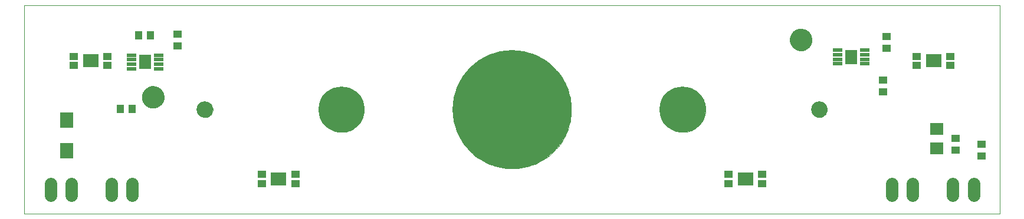
<source format=gts>
G75*
G70*
%OFA0B0*%
%FSLAX24Y24*%
%IPPOS*%
%LPD*%
%AMOC8*
5,1,8,0,0,1.08239X$1,22.5*
%
%ADD10C,0.0000*%
%ADD11C,0.6733*%
%ADD12C,0.2599*%
%ADD13C,0.0926*%
%ADD14C,0.0700*%
%ADD15R,0.0749X0.0867*%
%ADD16R,0.0434X0.0473*%
%ADD17R,0.0473X0.0434*%
%ADD18R,0.0709X0.0827*%
%ADD19R,0.0571X0.0217*%
%ADD20R,0.0906X0.0749*%
%ADD21R,0.0750X0.0670*%
%ADD22C,0.0860*%
%ADD23C,0.0440*%
D10*
X000377Y000280D02*
X055495Y000280D01*
X055495Y012091D01*
X000377Y012091D01*
X000377Y000280D01*
X010135Y006186D02*
X010137Y006227D01*
X010143Y006269D01*
X010152Y006309D01*
X010166Y006348D01*
X010183Y006386D01*
X010203Y006422D01*
X010227Y006456D01*
X010254Y006488D01*
X010284Y006517D01*
X010316Y006543D01*
X010351Y006566D01*
X010387Y006586D01*
X010425Y006602D01*
X010465Y006614D01*
X010506Y006623D01*
X010547Y006628D01*
X010588Y006629D01*
X010630Y006626D01*
X010671Y006619D01*
X010711Y006609D01*
X010750Y006594D01*
X010787Y006576D01*
X010823Y006555D01*
X010857Y006530D01*
X010888Y006503D01*
X010916Y006473D01*
X010941Y006440D01*
X010963Y006404D01*
X010982Y006367D01*
X010997Y006329D01*
X011009Y006289D01*
X011017Y006248D01*
X011021Y006207D01*
X011021Y006165D01*
X011017Y006124D01*
X011009Y006083D01*
X010997Y006043D01*
X010982Y006005D01*
X010963Y005968D01*
X010941Y005932D01*
X010916Y005899D01*
X010888Y005869D01*
X010857Y005842D01*
X010823Y005817D01*
X010787Y005796D01*
X010750Y005778D01*
X010711Y005763D01*
X010671Y005753D01*
X010630Y005746D01*
X010588Y005743D01*
X010547Y005744D01*
X010506Y005749D01*
X010465Y005758D01*
X010425Y005770D01*
X010387Y005786D01*
X010351Y005806D01*
X010316Y005829D01*
X010284Y005855D01*
X010254Y005884D01*
X010227Y005916D01*
X010203Y005950D01*
X010183Y005986D01*
X010166Y006024D01*
X010152Y006063D01*
X010143Y006103D01*
X010137Y006145D01*
X010135Y006186D01*
X017010Y006186D02*
X017012Y006257D01*
X017018Y006328D01*
X017028Y006399D01*
X017042Y006468D01*
X017059Y006537D01*
X017081Y006605D01*
X017106Y006672D01*
X017135Y006737D01*
X017167Y006800D01*
X017203Y006862D01*
X017242Y006921D01*
X017285Y006978D01*
X017330Y007033D01*
X017379Y007085D01*
X017430Y007134D01*
X017484Y007180D01*
X017541Y007224D01*
X017599Y007264D01*
X017660Y007300D01*
X017723Y007334D01*
X017788Y007363D01*
X017854Y007389D01*
X017922Y007412D01*
X017990Y007430D01*
X018060Y007445D01*
X018130Y007456D01*
X018201Y007463D01*
X018272Y007466D01*
X018343Y007465D01*
X018414Y007460D01*
X018485Y007451D01*
X018555Y007438D01*
X018624Y007422D01*
X018692Y007401D01*
X018759Y007377D01*
X018825Y007349D01*
X018888Y007317D01*
X018950Y007282D01*
X019010Y007244D01*
X019068Y007202D01*
X019123Y007158D01*
X019176Y007110D01*
X019226Y007059D01*
X019273Y007006D01*
X019317Y006950D01*
X019358Y006892D01*
X019396Y006831D01*
X019430Y006769D01*
X019460Y006704D01*
X019487Y006639D01*
X019511Y006571D01*
X019530Y006503D01*
X019546Y006434D01*
X019558Y006363D01*
X019566Y006293D01*
X019570Y006222D01*
X019570Y006150D01*
X019566Y006079D01*
X019558Y006009D01*
X019546Y005938D01*
X019530Y005869D01*
X019511Y005801D01*
X019487Y005733D01*
X019460Y005668D01*
X019430Y005603D01*
X019396Y005541D01*
X019358Y005480D01*
X019317Y005422D01*
X019273Y005366D01*
X019226Y005313D01*
X019176Y005262D01*
X019123Y005214D01*
X019068Y005170D01*
X019010Y005128D01*
X018950Y005090D01*
X018888Y005055D01*
X018825Y005023D01*
X018759Y004995D01*
X018692Y004971D01*
X018624Y004950D01*
X018555Y004934D01*
X018485Y004921D01*
X018414Y004912D01*
X018343Y004907D01*
X018272Y004906D01*
X018201Y004909D01*
X018130Y004916D01*
X018060Y004927D01*
X017990Y004942D01*
X017922Y004960D01*
X017854Y004983D01*
X017788Y005009D01*
X017723Y005038D01*
X017660Y005072D01*
X017599Y005108D01*
X017541Y005148D01*
X017484Y005192D01*
X017430Y005238D01*
X017379Y005287D01*
X017330Y005339D01*
X017285Y005394D01*
X017242Y005451D01*
X017203Y005510D01*
X017167Y005572D01*
X017135Y005635D01*
X017106Y005700D01*
X017081Y005767D01*
X017059Y005835D01*
X017042Y005904D01*
X017028Y005973D01*
X017018Y006044D01*
X017012Y006115D01*
X017010Y006186D01*
X024590Y006186D02*
X024594Y006350D01*
X024606Y006514D01*
X024626Y006677D01*
X024654Y006839D01*
X024690Y006999D01*
X024734Y007157D01*
X024786Y007313D01*
X024845Y007466D01*
X024911Y007617D01*
X024985Y007763D01*
X025066Y007906D01*
X025154Y008045D01*
X025248Y008179D01*
X025350Y008309D01*
X025457Y008433D01*
X025570Y008552D01*
X025689Y008665D01*
X025813Y008772D01*
X025943Y008874D01*
X026077Y008968D01*
X026216Y009056D01*
X026359Y009137D01*
X026505Y009211D01*
X026656Y009277D01*
X026809Y009336D01*
X026965Y009388D01*
X027123Y009432D01*
X027283Y009468D01*
X027445Y009496D01*
X027608Y009516D01*
X027772Y009528D01*
X027936Y009532D01*
X028100Y009528D01*
X028264Y009516D01*
X028427Y009496D01*
X028589Y009468D01*
X028749Y009432D01*
X028907Y009388D01*
X029063Y009336D01*
X029216Y009277D01*
X029367Y009211D01*
X029513Y009137D01*
X029656Y009056D01*
X029795Y008968D01*
X029929Y008874D01*
X030059Y008772D01*
X030183Y008665D01*
X030302Y008552D01*
X030415Y008433D01*
X030522Y008309D01*
X030624Y008179D01*
X030718Y008045D01*
X030806Y007906D01*
X030887Y007763D01*
X030961Y007617D01*
X031027Y007466D01*
X031086Y007313D01*
X031138Y007157D01*
X031182Y006999D01*
X031218Y006839D01*
X031246Y006677D01*
X031266Y006514D01*
X031278Y006350D01*
X031282Y006186D01*
X031278Y006022D01*
X031266Y005858D01*
X031246Y005695D01*
X031218Y005533D01*
X031182Y005373D01*
X031138Y005215D01*
X031086Y005059D01*
X031027Y004906D01*
X030961Y004755D01*
X030887Y004609D01*
X030806Y004466D01*
X030718Y004327D01*
X030624Y004193D01*
X030522Y004063D01*
X030415Y003939D01*
X030302Y003820D01*
X030183Y003707D01*
X030059Y003600D01*
X029929Y003498D01*
X029795Y003404D01*
X029656Y003316D01*
X029513Y003235D01*
X029367Y003161D01*
X029216Y003095D01*
X029063Y003036D01*
X028907Y002984D01*
X028749Y002940D01*
X028589Y002904D01*
X028427Y002876D01*
X028264Y002856D01*
X028100Y002844D01*
X027936Y002840D01*
X027772Y002844D01*
X027608Y002856D01*
X027445Y002876D01*
X027283Y002904D01*
X027123Y002940D01*
X026965Y002984D01*
X026809Y003036D01*
X026656Y003095D01*
X026505Y003161D01*
X026359Y003235D01*
X026216Y003316D01*
X026077Y003404D01*
X025943Y003498D01*
X025813Y003600D01*
X025689Y003707D01*
X025570Y003820D01*
X025457Y003939D01*
X025350Y004063D01*
X025248Y004193D01*
X025154Y004327D01*
X025066Y004466D01*
X024985Y004609D01*
X024911Y004755D01*
X024845Y004906D01*
X024786Y005059D01*
X024734Y005215D01*
X024690Y005373D01*
X024654Y005533D01*
X024626Y005695D01*
X024606Y005858D01*
X024594Y006022D01*
X024590Y006186D01*
X036302Y006186D02*
X036304Y006257D01*
X036310Y006328D01*
X036320Y006399D01*
X036334Y006468D01*
X036351Y006537D01*
X036373Y006605D01*
X036398Y006672D01*
X036427Y006737D01*
X036459Y006800D01*
X036495Y006862D01*
X036534Y006921D01*
X036577Y006978D01*
X036622Y007033D01*
X036671Y007085D01*
X036722Y007134D01*
X036776Y007180D01*
X036833Y007224D01*
X036891Y007264D01*
X036952Y007300D01*
X037015Y007334D01*
X037080Y007363D01*
X037146Y007389D01*
X037214Y007412D01*
X037282Y007430D01*
X037352Y007445D01*
X037422Y007456D01*
X037493Y007463D01*
X037564Y007466D01*
X037635Y007465D01*
X037706Y007460D01*
X037777Y007451D01*
X037847Y007438D01*
X037916Y007422D01*
X037984Y007401D01*
X038051Y007377D01*
X038117Y007349D01*
X038180Y007317D01*
X038242Y007282D01*
X038302Y007244D01*
X038360Y007202D01*
X038415Y007158D01*
X038468Y007110D01*
X038518Y007059D01*
X038565Y007006D01*
X038609Y006950D01*
X038650Y006892D01*
X038688Y006831D01*
X038722Y006769D01*
X038752Y006704D01*
X038779Y006639D01*
X038803Y006571D01*
X038822Y006503D01*
X038838Y006434D01*
X038850Y006363D01*
X038858Y006293D01*
X038862Y006222D01*
X038862Y006150D01*
X038858Y006079D01*
X038850Y006009D01*
X038838Y005938D01*
X038822Y005869D01*
X038803Y005801D01*
X038779Y005733D01*
X038752Y005668D01*
X038722Y005603D01*
X038688Y005541D01*
X038650Y005480D01*
X038609Y005422D01*
X038565Y005366D01*
X038518Y005313D01*
X038468Y005262D01*
X038415Y005214D01*
X038360Y005170D01*
X038302Y005128D01*
X038242Y005090D01*
X038180Y005055D01*
X038117Y005023D01*
X038051Y004995D01*
X037984Y004971D01*
X037916Y004950D01*
X037847Y004934D01*
X037777Y004921D01*
X037706Y004912D01*
X037635Y004907D01*
X037564Y004906D01*
X037493Y004909D01*
X037422Y004916D01*
X037352Y004927D01*
X037282Y004942D01*
X037214Y004960D01*
X037146Y004983D01*
X037080Y005009D01*
X037015Y005038D01*
X036952Y005072D01*
X036891Y005108D01*
X036833Y005148D01*
X036776Y005192D01*
X036722Y005238D01*
X036671Y005287D01*
X036622Y005339D01*
X036577Y005394D01*
X036534Y005451D01*
X036495Y005510D01*
X036459Y005572D01*
X036427Y005635D01*
X036398Y005700D01*
X036373Y005767D01*
X036351Y005835D01*
X036334Y005904D01*
X036320Y005973D01*
X036310Y006044D01*
X036304Y006115D01*
X036302Y006186D01*
X044851Y006186D02*
X044853Y006227D01*
X044859Y006269D01*
X044868Y006309D01*
X044882Y006348D01*
X044899Y006386D01*
X044919Y006422D01*
X044943Y006456D01*
X044970Y006488D01*
X045000Y006517D01*
X045032Y006543D01*
X045067Y006566D01*
X045103Y006586D01*
X045141Y006602D01*
X045181Y006614D01*
X045222Y006623D01*
X045263Y006628D01*
X045304Y006629D01*
X045346Y006626D01*
X045387Y006619D01*
X045427Y006609D01*
X045466Y006594D01*
X045503Y006576D01*
X045539Y006555D01*
X045573Y006530D01*
X045604Y006503D01*
X045632Y006473D01*
X045657Y006440D01*
X045679Y006404D01*
X045698Y006367D01*
X045713Y006329D01*
X045725Y006289D01*
X045733Y006248D01*
X045737Y006207D01*
X045737Y006165D01*
X045733Y006124D01*
X045725Y006083D01*
X045713Y006043D01*
X045698Y006005D01*
X045679Y005968D01*
X045657Y005932D01*
X045632Y005899D01*
X045604Y005869D01*
X045573Y005842D01*
X045539Y005817D01*
X045503Y005796D01*
X045466Y005778D01*
X045427Y005763D01*
X045387Y005753D01*
X045346Y005746D01*
X045304Y005743D01*
X045263Y005744D01*
X045222Y005749D01*
X045181Y005758D01*
X045141Y005770D01*
X045103Y005786D01*
X045067Y005806D01*
X045032Y005829D01*
X045000Y005855D01*
X044970Y005884D01*
X044943Y005916D01*
X044919Y005950D01*
X044899Y005986D01*
X044882Y006024D01*
X044868Y006063D01*
X044859Y006103D01*
X044853Y006145D01*
X044851Y006186D01*
D11*
X027936Y006186D03*
D12*
X037582Y006186D03*
X018290Y006186D03*
D13*
X010578Y006186D03*
X045294Y006186D03*
D14*
X049393Y001988D02*
X049393Y001328D01*
X050574Y001328D02*
X050574Y001988D01*
X052837Y001988D02*
X052837Y001328D01*
X054019Y001328D02*
X054019Y001988D01*
X006479Y001988D02*
X006479Y001328D01*
X005298Y001328D02*
X005298Y001988D01*
X003034Y001988D02*
X003034Y001328D01*
X001853Y001328D02*
X001853Y001988D01*
D15*
X002763Y003845D03*
X002763Y005577D03*
D16*
X005786Y006218D03*
X006456Y006218D03*
X006843Y010400D03*
X007512Y010400D03*
D17*
X009038Y010457D03*
X009038Y009788D03*
X005062Y009197D03*
X005062Y008686D03*
X003172Y008686D03*
X003172Y009197D03*
X013802Y002504D03*
X013802Y001993D03*
X015692Y001993D03*
X015692Y002504D03*
X040180Y002504D03*
X040180Y001993D03*
X042070Y001993D03*
X042070Y002504D03*
X052997Y003892D03*
X054476Y003560D03*
X054476Y004229D03*
X052997Y004561D03*
X048909Y007184D03*
X048909Y007853D03*
X050810Y008686D03*
X050810Y009197D03*
X049090Y009639D03*
X049090Y010308D03*
X052700Y009197D03*
X052700Y008686D03*
D18*
X047100Y009153D03*
X007200Y008878D03*
D19*
X006422Y008750D03*
X006422Y008495D03*
X007977Y008495D03*
X007977Y008750D03*
X007977Y009006D03*
X007977Y009262D03*
X006422Y009262D03*
X006422Y009006D03*
X046323Y009025D03*
X046323Y008769D03*
X047878Y008769D03*
X047878Y009025D03*
X047878Y009281D03*
X047878Y009537D03*
X046323Y009537D03*
X046323Y009281D03*
D20*
X051755Y008941D03*
X041125Y002249D03*
X014747Y002249D03*
X004117Y008941D03*
D21*
X051938Y005088D03*
X051938Y003968D03*
D22*
X044077Y010123D02*
X044079Y010150D01*
X044085Y010177D01*
X044094Y010203D01*
X044107Y010227D01*
X044123Y010250D01*
X044142Y010269D01*
X044164Y010286D01*
X044188Y010300D01*
X044213Y010310D01*
X044240Y010317D01*
X044267Y010320D01*
X044295Y010319D01*
X044322Y010314D01*
X044348Y010306D01*
X044372Y010294D01*
X044395Y010278D01*
X044416Y010260D01*
X044433Y010239D01*
X044448Y010215D01*
X044459Y010190D01*
X044467Y010164D01*
X044471Y010137D01*
X044471Y010109D01*
X044467Y010082D01*
X044459Y010056D01*
X044448Y010031D01*
X044433Y010007D01*
X044416Y009986D01*
X044395Y009968D01*
X044373Y009952D01*
X044348Y009940D01*
X044322Y009932D01*
X044295Y009927D01*
X044267Y009926D01*
X044240Y009929D01*
X044213Y009936D01*
X044188Y009946D01*
X044164Y009960D01*
X044142Y009977D01*
X044123Y009996D01*
X044107Y010019D01*
X044094Y010043D01*
X044085Y010069D01*
X044079Y010096D01*
X044077Y010123D01*
X007463Y006874D02*
X007465Y006901D01*
X007471Y006928D01*
X007480Y006954D01*
X007493Y006978D01*
X007509Y007001D01*
X007528Y007020D01*
X007550Y007037D01*
X007574Y007051D01*
X007599Y007061D01*
X007626Y007068D01*
X007653Y007071D01*
X007681Y007070D01*
X007708Y007065D01*
X007734Y007057D01*
X007758Y007045D01*
X007781Y007029D01*
X007802Y007011D01*
X007819Y006990D01*
X007834Y006966D01*
X007845Y006941D01*
X007853Y006915D01*
X007857Y006888D01*
X007857Y006860D01*
X007853Y006833D01*
X007845Y006807D01*
X007834Y006782D01*
X007819Y006758D01*
X007802Y006737D01*
X007781Y006719D01*
X007759Y006703D01*
X007734Y006691D01*
X007708Y006683D01*
X007681Y006678D01*
X007653Y006677D01*
X007626Y006680D01*
X007599Y006687D01*
X007574Y006697D01*
X007550Y006711D01*
X007528Y006728D01*
X007509Y006747D01*
X007493Y006770D01*
X007480Y006794D01*
X007471Y006820D01*
X007465Y006847D01*
X007463Y006874D01*
D23*
X007660Y006874D03*
X044274Y010123D03*
M02*

</source>
